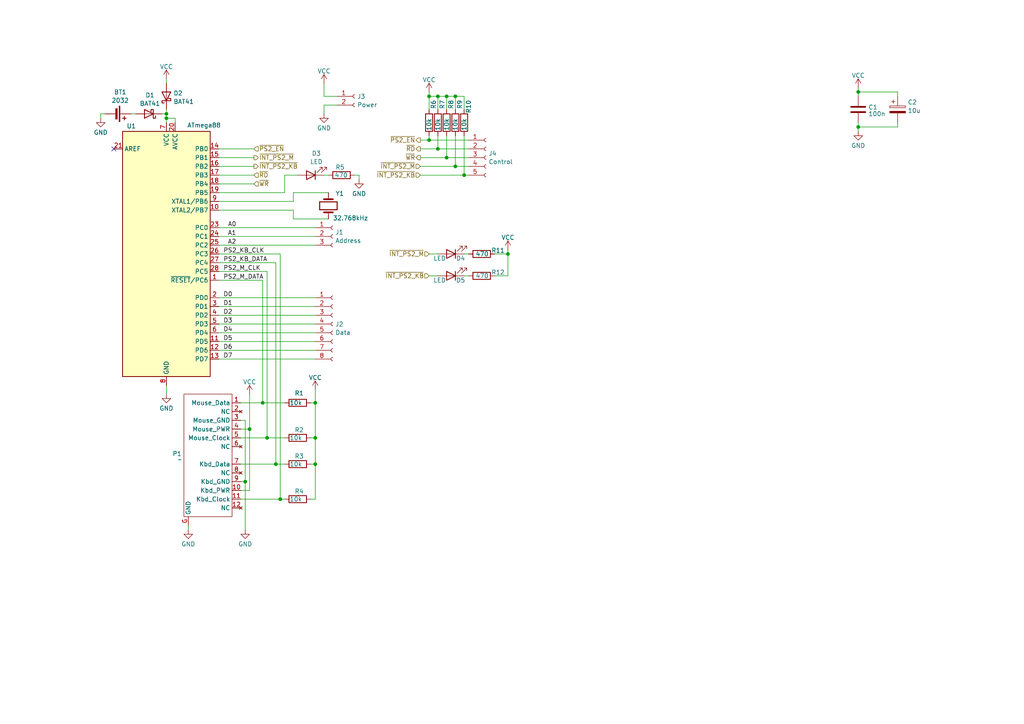
<source format=kicad_sch>
(kicad_sch (version 20250114) (generator "eeschema") (generator_version "9.0")
  (paper "A4")
  (lib_symbols
    (symbol "Connector:Conn_01x02_Socket" (pin_names (offset 1.016) (hide yes))
      (property "Reference" "J" (at 0 2.54 0))
      (property "Value" "Conn_01x02_Socket" (at 0 -5.08 0))
      (symbol "Conn_01x02_Socket_1_1"
        (polyline (pts (xy -1.27 0) (xy -0.508 0)) (stroke (width 0.1524)))
        (polyline (pts (xy -1.27 -2.54) (xy -0.508 -2.54)) (stroke (width 0.1524)))
        (arc (start 0 -0.508) (mid -0.5058 0) (end 0 0.508) (stroke (width 0.1524)))
        (arc (start 0 -3.048) (mid -0.5058 -2.54) (end 0 -2.032) (stroke (width 0.1524)))
        (pin passive line (at -5.08 0 0) (length 3.81) (name "Pin_1") (number "1"))
        (pin passive line (at -5.08 -2.54 0) (length 3.81) (name "Pin_2") (number "2"))
      )
    )
    (symbol "Connector:Conn_01x03_Socket" (pin_names (offset 1.016) (hide yes))
      (property "Reference" "J" (at 0 5.08 0))
      (property "Value" "Conn_01x03_Socket" (at 0 -5.08 0))
      (symbol "Conn_01x03_Socket_1_1"
        (polyline (pts (xy -1.27 2.54) (xy -0.508 2.54)) (stroke (width 0.1524)))
        (polyline (pts (xy -1.27 0) (xy -0.508 0)) (stroke (width 0.1524)))
        (polyline (pts (xy -1.27 -2.54) (xy -0.508 -2.54)) (stroke (width 0.1524)))
        (arc (start 0 2.032) (mid -0.5058 2.54) (end 0 3.048) (stroke (width 0.1524)))
        (arc (start 0 -0.508) (mid -0.5058 0) (end 0 0.508) (stroke (width 0.1524)))
        (arc (start 0 -3.048) (mid -0.5058 -2.54) (end 0 -2.032) (stroke (width 0.1524)))
        (pin passive line (at -5.08 2.54 0) (length 3.81) (name "Pin_1") (number "1"))
        (pin passive line (at -5.08 0 0) (length 3.81) (name "Pin_2") (number "2"))
        (pin passive line (at -5.08 -2.54 0) (length 3.81) (name "Pin_3") (number "3"))
      )
    )
    (symbol "Connector:Conn_01x05_Socket" (pin_names (offset 1.016) (hide yes))
      (property "Reference" "J" (at 0 7.62 0))
      (property "Value" "Conn_01x05_Socket" (at 0 -7.62 0))
      (symbol "Conn_01x05_Socket_1_1"
        (polyline (pts (xy -1.27 5.08) (xy -0.508 5.08)) (stroke (width 0.1524)))
        (polyline (pts (xy -1.27 2.54) (xy -0.508 2.54)) (stroke (width 0.1524)))
        (polyline (pts (xy -1.27 0) (xy -0.508 0)) (stroke (width 0.1524)))
        (polyline (pts (xy -1.27 -2.54) (xy -0.508 -2.54)) (stroke (width 0.1524)))
        (polyline (pts (xy -1.27 -5.08) (xy -0.508 -5.08)) (stroke (width 0.1524)))
        (arc (start 0 4.572) (mid -0.5058 5.08) (end 0 5.588) (stroke (width 0.1524)))
        (arc (start 0 2.032) (mid -0.5058 2.54) (end 0 3.048) (stroke (width 0.1524)))
        (arc (start 0 -0.508) (mid -0.5058 0) (end 0 0.508) (stroke (width 0.1524)))
        (arc (start 0 -3.048) (mid -0.5058 -2.54) (end 0 -2.032) (stroke (width 0.1524)))
        (arc (start 0 -5.588) (mid -0.5058 -5.08) (end 0 -4.572) (stroke (width 0.1524)))
        (pin passive line (at -5.08 5.08 0) (length 3.81) (name "Pin_1") (number "1"))
        (pin passive line (at -5.08 2.54 0) (length 3.81) (name "Pin_2") (number "2"))
        (pin passive line (at -5.08 0 0) (length 3.81) (name "Pin_3") (number "3"))
        (pin passive line (at -5.08 -2.54 0) (length 3.81) (name "Pin_4") (number "4"))
        (pin passive line (at -5.08 -5.08 0) (length 3.81) (name "Pin_5") (number "5"))
      )
    )
    (symbol "Connector:Conn_01x08_Socket" (pin_names (offset 1.016) (hide yes))
      (property "Reference" "J" (at 0 10.16 0))
      (property "Value" "Conn_01x08_Socket" (at 0 -12.7 0))
      (symbol "Conn_01x08_Socket_1_1"
        (polyline (pts (xy -1.27 7.62) (xy -0.508 7.62)) (stroke (width 0.1524)))
        (polyline (pts (xy -1.27 5.08) (xy -0.508 5.08)) (stroke (width 0.1524)))
        (polyline (pts (xy -1.27 2.54) (xy -0.508 2.54)) (stroke (width 0.1524)))
        (polyline (pts (xy -1.27 0) (xy -0.508 0)) (stroke (width 0.1524)))
        (polyline (pts (xy -1.27 -2.54) (xy -0.508 -2.54)) (stroke (width 0.1524)))
        (polyline (pts (xy -1.27 -5.08) (xy -0.508 -5.08)) (stroke (width 0.1524)))
        (polyline (pts (xy -1.27 -7.62) (xy -0.508 -7.62)) (stroke (width 0.1524)))
        (polyline (pts (xy -1.27 -10.16) (xy -0.508 -10.16)) (stroke (width 0.1524)))
        (arc (start 0 7.112) (mid -0.5058 7.62) (end 0 8.128) (stroke (width 0.1524)))
        (arc (start 0 4.572) (mid -0.5058 5.08) (end 0 5.588) (stroke (width 0.1524)))
        (arc (start 0 2.032) (mid -0.5058 2.54) (end 0 3.048) (stroke (width 0.1524)))
        (arc (start 0 -0.508) (mid -0.5058 0) (end 0 0.508) (stroke (width 0.1524)))
        (arc (start 0 -3.048) (mid -0.5058 -2.54) (end 0 -2.032) (stroke (width 0.1524)))
        (arc (start 0 -5.588) (mid -0.5058 -5.08) (end 0 -4.572) (stroke (width 0.1524)))
        (arc (start 0 -8.128) (mid -0.5058 -7.62) (end 0 -7.112) (stroke (width 0.1524)))
        (arc (start 0 -10.668) (mid -0.5058 -10.16) (end 0 -9.652) (stroke (width 0.1524)))
        (pin passive line (at -5.08 7.62 0) (length 3.81) (name "Pin_1") (number "1"))
        (pin passive line (at -5.08 5.08 0) (length 3.81) (name "Pin_2") (number "2"))
        (pin passive line (at -5.08 2.54 0) (length 3.81) (name "Pin_3") (number "3"))
        (pin passive line (at -5.08 0 0) (length 3.81) (name "Pin_4") (number "4"))
        (pin passive line (at -5.08 -2.54 0) (length 3.81) (name "Pin_5") (number "5"))
        (pin passive line (at -5.08 -5.08 0) (length 3.81) (name "Pin_6") (number "6"))
        (pin passive line (at -5.08 -7.62 0) (length 3.81) (name "Pin_7") (number "7"))
        (pin passive line (at -5.08 -10.16 0) (length 3.81) (name "Pin_8") (number "8"))
      )
    )
    (symbol "Device:Battery_Cell" (pin_numbers (hide yes)) (pin_names (offset 0) (hide yes))
      (property "Reference" "BT" (at 2.54 2.54 0))
      (property "Value" "Battery_Cell" (at 2.54 0 0))
      (symbol "Battery_Cell_0_1"
        (rectangle (start -2.286 1.778) (end 2.286 1.524) (fill (type outline)))
        (rectangle (start -1.524 1.016) (end 1.524 0.508) (fill (type outline)))
        (polyline (pts (xy 0 1.778) (xy 0 2.54)))
        (polyline (pts (xy 0 0.762) (xy 0 0)))
        (polyline (pts (xy 0.762 3.048) (xy 1.778 3.048)) (stroke (width 0.254)))
        (polyline (pts (xy 1.27 3.556) (xy 1.27 2.54)) (stroke (width 0.254)))
      )
      (symbol "Battery_Cell_1_1"
        (pin passive line (at 0 5.08 270) (length 2.54) (name "+") (number "1"))
        (pin passive line (at 0 -2.54 90) (length 2.54) (name "-") (number "2"))
      )
    )
    (symbol "Device:C" (pin_numbers (hide yes)) (pin_names (offset 0.254))
      (property "Reference" "C" (at 0.635 2.54 0))
      (property "Value" "C" (at 0.635 -2.54 0))
      (symbol "C_0_1"
        (polyline (pts (xy -2.032 0.762) (xy 2.032 0.762)) (stroke (width 0.508)))
        (polyline (pts (xy -2.032 -0.762) (xy 2.032 -0.762)) (stroke (width 0.508)))
      )
      (symbol "C_1_1"
        (pin passive line (at 0 3.81 270) (length 2.794) (name "~") (number "1"))
        (pin passive line (at 0 -3.81 90) (length 2.794) (name "~") (number "2"))
      )
    )
    (symbol "Device:C_Polarized" (pin_numbers (hide yes)) (pin_names (offset 0.254))
      (property "Reference" "C" (at 0.635 2.54 0))
      (property "Value" "C_Polarized" (at 0.635 -2.54 0))
      (symbol "C_Polarized_0_1"
        (rectangle (start -2.286 0.508) (end 2.286 1.016))
        (polyline (pts (xy -1.778 2.286) (xy -0.762 2.286)))
        (polyline (pts (xy -1.27 2.794) (xy -1.27 1.778)))
        (rectangle (start 2.286 -0.508) (end -2.286 -1.016) (fill (type outline)))
      )
      (symbol "C_Polarized_1_1"
        (pin passive line (at 0 3.81 270) (length 2.794) (name "~") (number "1"))
        (pin passive line (at 0 -3.81 90) (length 2.794) (name "~") (number "2"))
      )
    )
    (symbol "Device:Crystal" (pin_numbers (hide yes)) (pin_names (offset 1.016) (hide yes))
      (property "Reference" "Y" (at 0 3.81 0))
      (property "Value" "Crystal" (at 0 -3.81 0))
      (symbol "Crystal_0_1"
        (polyline (pts (xy -2.54 0) (xy -1.905 0)))
        (polyline (pts (xy -1.905 -1.27) (xy -1.905 1.27)) (stroke (width 0.508)))
        (rectangle (start -1.143 2.54) (end 1.143 -2.54) (stroke (width 0.3048)))
        (polyline (pts (xy 1.905 -1.27) (xy 1.905 1.27)) (stroke (width 0.508)))
        (polyline (pts (xy 2.54 0) (xy 1.905 0)))
      )
      (symbol "Crystal_1_1"
        (pin passive line (at -3.81 0 0) (length 1.27) (name "1") (number "1"))
        (pin passive line (at 3.81 0 180) (length 1.27) (name "2") (number "2"))
      )
    )
    (symbol "Device:D_Schottky" (pin_numbers (hide yes)) (pin_names (offset 1.016) (hide yes))
      (property "Reference" "D" (at 0 2.54 0))
      (property "Value" "D_Schottky" (at 0 -2.54 0))
      (symbol "D_Schottky_0_1"
        (polyline (pts (xy -1.905 0.635) (xy -1.905 1.27) (xy -1.27 1.27) (xy -1.27 -1.27) (xy -0.635 -1.27) (xy -0.635 -0.635)) (stroke (width 0.254)))
        (polyline (pts (xy 1.27 1.27) (xy 1.27 -1.27) (xy -1.27 0) (xy 1.27 1.27)) (stroke (width 0.254)))
        (polyline (pts (xy 1.27 0) (xy -1.27 0)))
      )
      (symbol "D_Schottky_1_1"
        (pin passive line (at -3.81 0 0) (length 2.54) (name "K") (number "1"))
        (pin passive line (at 3.81 0 180) (length 2.54) (name "A") (number "2"))
      )
    )
    (symbol "Device:LED" (pin_numbers (hide yes)) (pin_names (offset 1.016) (hide yes))
      (property "Reference" "D" (at 0 2.54 0))
      (property "Value" "LED" (at 0 -2.54 0))
      (symbol "LED_0_1"
        (polyline (pts (xy -3.048 -0.762) (xy -4.572 -2.286) (xy -3.81 -2.286) (xy -4.572 -2.286) (xy -4.572 -1.524)))
        (polyline (pts (xy -1.778 -0.762) (xy -3.302 -2.286) (xy -2.54 -2.286) (xy -3.302 -2.286) (xy -3.302 -1.524)))
        (polyline (pts (xy -1.27 0) (xy 1.27 0)))
        (polyline (pts (xy -1.27 -1.27) (xy -1.27 1.27)) (stroke (width 0.254)))
        (polyline (pts (xy 1.27 -1.27) (xy 1.27 1.27) (xy -1.27 0) (xy 1.27 -1.27)) (stroke (width 0.254)))
      )
      (symbol "LED_1_1"
        (pin passive line (at -3.81 0 0) (length 2.54) (name "K") (number "1"))
        (pin passive line (at 3.81 0 180) (length 2.54) (name "A") (number "2"))
      )
    )
    (symbol "Device:R" (pin_numbers (hide yes)) (pin_names (offset 0))
      (property "Reference" "R" (at 2.032 0 90))
      (property "Value" "R" (at 0 0 90))
      (symbol "R_0_1"
        (rectangle (start -1.016 -2.54) (end 1.016 2.54) (stroke (width 0.254)))
      )
      (symbol "R_1_1"
        (pin passive line (at 0 3.81 270) (length 1.27) (name "~") (number "1"))
        (pin passive line (at 0 -3.81 90) (length 1.27) (name "~") (number "2"))
      )
    )
    (symbol "MCU_Microchip_ATmega:ATmega328-P"
      (property "Reference" "U" (at -12.7 36.83 0))
      (property "Value" "ATmega328-P" (at 2.54 -36.83 0))
      (symbol "ATmega328-P_0_1"
        (rectangle (start -12.7 -35.56) (end 12.7 35.56) (stroke (width 0.254)) (fill (type background)))
      )
      (symbol "ATmega328-P_1_1"
        (pin passive line (at -15.24 30.48 0) (length 2.54) (name "AREF") (number "21"))
        (pin power_in line (at 0 38.1 270) (length 2.54) (name "VCC") (number "7"))
        (pin passive line (at 0 -38.1 90) (length 2.54) (hide yes) (name "GND") (number "22"))
        (pin power_in line (at 0 -38.1 90) (length 2.54) (name "GND") (number "8"))
        (pin power_in line (at 2.54 38.1 270) (length 2.54) (name "AVCC") (number "20"))
        (pin bidirectional line (at 15.24 30.48 180) (length 2.54) (name "PB0") (number "14"))
        (pin bidirectional line (at 15.24 27.94 180) (length 2.54) (name "PB1") (number "15"))
        (pin bidirectional line (at 15.24 25.4 180) (length 2.54) (name "PB2") (number "16"))
        (pin bidirectional line (at 15.24 22.86 180) (length 2.54) (name "PB3") (number "17"))
        (pin bidirectional line (at 15.24 20.32 180) (length 2.54) (name "PB4") (number "18"))
        (pin bidirectional line (at 15.24 17.78 180) (length 2.54) (name "PB5") (number "19"))
        (pin bidirectional line (at 15.24 15.24 180) (length 2.54) (name "XTAL1/PB6") (number "9"))
        (pin bidirectional line (at 15.24 12.7 180) (length 2.54) (name "XTAL2/PB7") (number "10"))
        (pin bidirectional line (at 15.24 7.62 180) (length 2.54) (name "PC0") (number "23"))
        (pin bidirectional line (at 15.24 5.08 180) (length 2.54) (name "PC1") (number "24"))
        (pin bidirectional line (at 15.24 2.54 180) (length 2.54) (name "PC2") (number "25"))
        (pin bidirectional line (at 15.24 0 180) (length 2.54) (name "PC3") (number "26"))
        (pin bidirectional line (at 15.24 -2.54 180) (length 2.54) (name "PC4") (number "27"))
        (pin bidirectional line (at 15.24 -5.08 180) (length 2.54) (name "PC5") (number "28"))
        (pin bidirectional line (at 15.24 -7.62 180) (length 2.54) (name "~{RESET}/PC6") (number "1"))
        (pin bidirectional line (at 15.24 -12.7 180) (length 2.54) (name "PD0") (number "2"))
        (pin bidirectional line (at 15.24 -15.24 180) (length 2.54) (name "PD1") (number "3"))
        (pin bidirectional line (at 15.24 -17.78 180) (length 2.54) (name "PD2") (number "4"))
        (pin bidirectional line (at 15.24 -20.32 180) (length 2.54) (name "PD3") (number "5"))
        (pin bidirectional line (at 15.24 -22.86 180) (length 2.54) (name "PD4") (number "6"))
        (pin bidirectional line (at 15.24 -25.4 180) (length 2.54) (name "PD5") (number "11"))
        (pin bidirectional line (at 15.24 -27.94 180) (length 2.54) (name "PD6") (number "12"))
        (pin bidirectional line (at 15.24 -30.48 180) (length 2.54) (name "PD7") (number "13"))
      )
    )
    (symbol "motherboard:2xPS2"
      (property "Reference" "J" (at 0 0 0))
      (symbol "2xPS2_0_1"
        (rectangle (start -7.62 38.1) (end 6.35 2.54))
      )
      (symbol "2xPS2_1_1"
        (pin input line (at -10.16 35.56 0) (length 2.54) (name "Mouse_Data") (number "1"))
        (pin no_connect line (at -10.16 33.02 0) (length 2.54) (name "NC") (number "2"))
        (pin power_in line (at -10.16 30.48 0) (length 2.54) (name "Mouse_GND") (number "3"))
        (pin power_in line (at -10.16 27.94 0) (length 2.54) (name "Mouse_PWR") (number "4"))
        (pin power_in line (at -10.16 25.4 0) (length 2.54) (name "Mouse_Clock") (number "5"))
        (pin no_connect line (at -10.16 22.86 0) (length 2.54) (name "NC") (number "6"))
        (pin input line (at -10.16 17.78 0) (length 2.54) (name "Kbd_Data") (number "7"))
        (pin no_connect line (at -10.16 15.24 0) (length 2.54) (name "NC") (number "8"))
        (pin power_in line (at -10.16 12.7 0) (length 2.54) (name "Kbd_GND") (number "9"))
        (pin power_in line (at -10.16 10.16 0) (length 2.54) (name "Kbd_PWR") (number "10"))
        (pin power_in line (at -10.16 7.62 0) (length 2.54) (name "Kbd_Clock") (number "11"))
        (pin no_connect line (at -10.16 5.08 0) (length 2.54) (name "NC") (number "12"))
        (pin power_in line (at 5.08 0 90) (length 2.54) (name "GND") (number "G"))
      )
    )
    (symbol "power:GND" (power) (pin_names (offset 0))
      (property "Value" "GND" (at 0 -3.81 0))
      (symbol "GND_0_1"
        (polyline (pts (xy 0 0) (xy 0 -1.27) (xy 1.27 -1.27) (xy 0 -2.54) (xy -1.27 -1.27) (xy 0 -1.27)))
      )
      (symbol "GND_1_1"
        (pin power_in line (at 0 0 270) (length 0) (hide yes) (name "GND") (number "1"))
      )
    )
    (symbol "power:VCC" (power) (pin_names (offset 0))
      (property "Value" "VCC" (at 0 3.81 0))
      (symbol "VCC_0_1"
        (polyline (pts (xy -0.762 1.27) (xy 0 2.54)))
        (polyline (pts (xy 0 2.54) (xy 0.762 1.27)))
        (polyline (pts (xy 0 0) (xy 0 2.54)))
      )
      (symbol "VCC_1_1"
        (pin power_in line (at 0 0 90) (length 0) (hide yes) (name "VCC") (number "1"))
      )
    )
  )
  (junction (at 76.2 116.84))
  (junction (at 124.46 27.94))
  (junction (at 48.26 33.02))
  (junction (at 72.39 124.46))
  (junction (at 147.32 73.66))
  (junction (at 91.44 116.84))
  (junction (at 80.01 134.62))
  (junction (at 132.08 27.94))
  (junction (at 71.12 139.7))
  (junction (at 248.92 26.67))
  (junction (at 134.62 50.8))
  (junction (at 91.44 134.62))
  (junction (at 127 43.18))
  (junction (at 127 27.94))
  (junction (at 132.08 48.26))
  (junction (at 129.54 45.72))
  (junction (at 248.92 36.83))
  (junction (at 129.54 27.94))
  (junction (at 77.47 127))
  (junction (at 91.44 127))
  (junction (at 81.28 144.78))
  (junction (at 48.26 34.29))
  (junction (at 124.46 40.64))
  (no_connect (at 33.02 43.18))
  (wire (pts (xy 77.47 78.74) (xy 77.47 127)))
  (wire (pts (xy 132.08 39.37) (xy 132.08 48.26)))
  (wire (pts (xy 71.12 121.92) (xy 71.12 139.7)))
  (wire (pts (xy 30.48 33.02) (xy 29.21 33.02)))
  (wire (pts (xy 248.92 25.4) (xy 248.92 26.67)))
  (wire (pts (xy 134.62 50.8) (xy 135.89 50.8)))
  (wire (pts (xy 63.5 55.88) (xy 82.55 55.88)))
  (wire (pts (xy 127 27.94) (xy 124.46 27.94)))
  (wire (pts (xy 129.54 45.72) (xy 135.89 45.72)))
  (wire (pts (xy 97.79 30.48) (xy 93.98 30.48)))
  (wire (pts (xy 124.46 80.01) (xy 127 80.01)))
  (wire (pts (xy 91.44 144.78) (xy 91.44 134.62)))
  (wire (pts (xy 134.62 31.75) (xy 134.62 27.94)))
  (wire (pts (xy 63.5 91.44) (xy 91.44 91.44)))
  (wire (pts (xy 85.09 55.88) (xy 85.09 58.42)))
  (wire (pts (xy 63.5 71.12) (xy 91.44 71.12)))
  (wire (pts (xy 248.92 35.56) (xy 248.92 36.83)))
  (wire (pts (xy 134.62 80.01) (xy 135.89 80.01)))
  (wire (pts (xy 29.21 33.02) (xy 29.21 34.29)))
  (wire (pts (xy 260.35 26.67) (xy 260.35 27.94)))
  (wire (pts (xy 63.5 104.14) (xy 91.44 104.14)))
  (wire (pts (xy 93.98 27.94) (xy 93.98 24.13)))
  (wire (pts (xy 147.32 73.66) (xy 147.32 72.39)))
  (wire (pts (xy 69.85 144.78) (xy 81.28 144.78)))
  (wire (pts (xy 48.26 22.86) (xy 48.26 24.13)))
  (wire (pts (xy 132.08 48.26) (xy 135.89 48.26)))
  (wire (pts (xy 63.5 93.98) (xy 91.44 93.98)))
  (wire (pts (xy 82.55 50.8) (xy 86.36 50.8)))
  (wire (pts (xy 38.1 33.02) (xy 39.37 33.02)))
  (wire (pts (xy 81.28 73.66) (xy 81.28 144.78)))
  (wire (pts (xy 134.62 27.94) (xy 132.08 27.94)))
  (wire (pts (xy 124.46 40.64) (xy 135.89 40.64)))
  (wire (pts (xy 63.5 99.06) (xy 91.44 99.06)))
  (wire (pts (xy 50.8 35.56) (xy 50.8 34.29)))
  (wire (pts (xy 63.5 53.34) (xy 73.66 53.34)))
  (wire (pts (xy 90.17 144.78) (xy 91.44 144.78)))
  (wire (pts (xy 124.46 73.66) (xy 127 73.66)))
  (wire (pts (xy 82.55 55.88) (xy 82.55 50.8)))
  (wire (pts (xy 121.92 50.8) (xy 134.62 50.8)))
  (wire (pts (xy 69.85 142.24) (xy 72.39 142.24)))
  (wire (pts (xy 48.26 33.02) (xy 48.26 34.29)))
  (wire (pts (xy 63.5 58.42) (xy 85.09 58.42)))
  (wire (pts (xy 85.09 60.96) (xy 85.09 63.5)))
  (wire (pts (xy 127 31.75) (xy 127 27.94)))
  (wire (pts (xy 48.26 34.29) (xy 50.8 34.29)))
  (wire (pts (xy 124.46 39.37) (xy 124.46 40.64)))
  (wire (pts (xy 69.85 121.92) (xy 71.12 121.92)))
  (wire (pts (xy 248.92 36.83) (xy 248.92 38.1)))
  (wire (pts (xy 82.55 134.62) (xy 80.01 134.62)))
  (wire (pts (xy 129.54 39.37) (xy 129.54 45.72)))
  (wire (pts (xy 69.85 134.62) (xy 80.01 134.62)))
  (wire (pts (xy 121.92 45.72) (xy 129.54 45.72)))
  (wire (pts (xy 90.17 116.84) (xy 91.44 116.84)))
  (wire (pts (xy 134.62 39.37) (xy 134.62 50.8)))
  (wire (pts (xy 91.44 127) (xy 91.44 116.84)))
  (wire (pts (xy 93.98 50.8) (xy 95.25 50.8)))
  (wire (pts (xy 72.39 124.46) (xy 72.39 142.24)))
  (wire (pts (xy 69.85 127) (xy 77.47 127)))
  (wire (pts (xy 82.55 127) (xy 77.47 127)))
  (wire (pts (xy 54.61 153.67) (xy 54.61 152.4)))
  (wire (pts (xy 248.92 36.83) (xy 260.35 36.83)))
  (wire (pts (xy 63.5 60.96) (xy 85.09 60.96)))
  (wire (pts (xy 63.5 81.28) (xy 76.2 81.28)))
  (wire (pts (xy 129.54 31.75) (xy 129.54 27.94)))
  (wire (pts (xy 102.87 50.8) (xy 104.14 50.8)))
  (wire (pts (xy 48.26 34.29) (xy 48.26 35.56)))
  (wire (pts (xy 248.92 26.67) (xy 248.92 27.94)))
  (wire (pts (xy 97.79 27.94) (xy 93.98 27.94)))
  (wire (pts (xy 63.5 96.52) (xy 91.44 96.52)))
  (wire (pts (xy 93.98 30.48) (xy 93.98 33.02)))
  (wire (pts (xy 132.08 31.75) (xy 132.08 27.94)))
  (wire (pts (xy 121.92 43.18) (xy 127 43.18)))
  (wire (pts (xy 80.01 76.2) (xy 80.01 134.62)))
  (wire (pts (xy 127 43.18) (xy 135.89 43.18)))
  (wire (pts (xy 91.44 116.84) (xy 91.44 113.03)))
  (wire (pts (xy 90.17 127) (xy 91.44 127)))
  (wire (pts (xy 147.32 73.66) (xy 147.32 80.01)))
  (wire (pts (xy 63.5 66.04) (xy 91.44 66.04)))
  (wire (pts (xy 63.5 48.26) (xy 73.66 48.26)))
  (wire (pts (xy 63.5 78.74) (xy 77.47 78.74)))
  (wire (pts (xy 76.2 81.28) (xy 76.2 116.84)))
  (wire (pts (xy 69.85 139.7) (xy 71.12 139.7)))
  (wire (pts (xy 63.5 68.58) (xy 91.44 68.58)))
  (wire (pts (xy 72.39 114.3) (xy 72.39 124.46)))
  (wire (pts (xy 127 39.37) (xy 127 43.18)))
  (wire (pts (xy 121.92 48.26) (xy 132.08 48.26)))
  (wire (pts (xy 46.99 33.02) (xy 48.26 33.02)))
  (wire (pts (xy 63.5 86.36) (xy 91.44 86.36)))
  (wire (pts (xy 124.46 26.67) (xy 124.46 27.94)))
  (wire (pts (xy 63.5 45.72) (xy 73.66 45.72)))
  (wire (pts (xy 104.14 50.8) (xy 104.14 52.07)))
  (wire (pts (xy 121.92 40.64) (xy 124.46 40.64)))
  (wire (pts (xy 76.2 116.84) (xy 82.55 116.84)))
  (wire (pts (xy 63.5 50.8) (xy 73.66 50.8)))
  (wire (pts (xy 91.44 134.62) (xy 91.44 127)))
  (wire (pts (xy 85.09 63.5) (xy 95.25 63.5)))
  (wire (pts (xy 63.5 88.9) (xy 91.44 88.9)))
  (wire (pts (xy 134.62 73.66) (xy 135.89 73.66)))
  (wire (pts (xy 143.51 73.66) (xy 147.32 73.66)))
  (wire (pts (xy 143.51 80.01) (xy 147.32 80.01)))
  (wire (pts (xy 124.46 27.94) (xy 124.46 31.75)))
  (wire (pts (xy 129.54 27.94) (xy 127 27.94)))
  (wire (pts (xy 260.35 35.56) (xy 260.35 36.83)))
  (wire (pts (xy 95.25 55.88) (xy 85.09 55.88)))
  (wire (pts (xy 63.5 101.6) (xy 91.44 101.6)))
  (wire (pts (xy 69.85 124.46) (xy 72.39 124.46)))
  (wire (pts (xy 248.92 26.67) (xy 260.35 26.67)))
  (wire (pts (xy 48.26 31.75) (xy 48.26 33.02)))
  (wire (pts (xy 132.08 27.94) (xy 129.54 27.94)))
  (wire (pts (xy 69.85 116.84) (xy 76.2 116.84)))
  (wire (pts (xy 63.5 43.18) (xy 73.66 43.18)))
  (wire (pts (xy 90.17 134.62) (xy 91.44 134.62)))
  (wire (pts (xy 71.12 139.7) (xy 71.12 153.67)))
  (wire (pts (xy 63.5 76.2) (xy 80.01 76.2)))
  (wire (pts (xy 82.55 144.78) (xy 81.28 144.78)))
  (wire (pts (xy 48.26 111.76) (xy 48.26 114.3)))
  (wire (pts (xy 81.28 73.66) (xy 63.5 73.66)))
  (label "PS2_M_CLK" (at 64.77 78.74 0))
  (label "D3" (at 64.77 93.98 0))
  (label "D4" (at 64.77 96.52 0))
  (label "PS2_KB_DATA" (at 64.77 76.2 0))
  (label "A2" (at 66.04 71.12 0))
  (label "D0" (at 64.77 86.36 0))
  (label "D6" (at 64.77 101.6 0))
  (label "D5" (at 64.77 99.06 0))
  (label "D2" (at 64.77 91.44 0))
  (label "A0" (at 68.58 66.04 180))
  (label "PS2_KB_CLK" (at 64.77 73.66 0))
  (label "A1" (at 66.04 68.58 0))
  (label "D7" (at 64.77 104.14 0))
  (label "PS2_M_DATA" (at 64.77 81.28 0))
  (label "D1" (at 64.77 88.9 0))
  (hierarchical_label "~{PS2_EN}" (shape input) (at 73.66 43.18 0))
  (hierarchical_label "~{INT_PS2_KB}" (shape input) (at 124.46 80.01 180))
  (hierarchical_label "~{INT_PS2_M}" (shape input) (at 124.46 73.66 180))
  (hierarchical_label "~{RD}" (shape output) (at 121.92 43.18 180))
  (hierarchical_label "~{INT_PS2_KB}" (shape output) (at 73.66 48.26 0))
  (hierarchical_label "~{WR}" (shape output) (at 121.92 45.72 180))
  (hierarchical_label "~{INT_PS2_KB}" (shape input) (at 121.92 50.8 180))
  (hierarchical_label "~{INT_PS2_M}" (shape input) (at 121.92 48.26 180))
  (hierarchical_label "~{WR}" (shape input) (at 73.66 53.34 0))
  (hierarchical_label "~{INT_PS2_M}" (shape output) (at 73.66 45.72 0))
  (hierarchical_label "~{PS2_EN}" (shape output) (at 121.92 40.64 180))
  (hierarchical_label "~{RD}" (shape input) (at 73.66 50.8 0))
  (symbol (lib_id "power:VCC") (at 93.98 24.13 0) (unit 1)
    (property "Reference" "#PWR08" (effects (hide yes)))
    (property "Value" "VCC" (at 93.98 20.6281 0))
  )
  (symbol (lib_id "power:GND") (at 54.61 153.67 0) (unit 1)
    (property "Reference" "#PWR04" (effects (hide yes)))
    (property "Value" "GND" (at 54.61 157.8055 0))
  )
  (symbol (lib_id "Connector:Conn_01x05_Socket") (at 140.97 45.72 0) (unit 1)
    (property "Reference" "J4" (at 141.6812 44.5078 0) (effects (justify left)))
    (property "Value" "Control" (at 141.6812 46.9321 0) (effects (justify left)))
    (property "Footprint" "Connector_PinSocket_2.54mm:PinSocket_1x05_P2.54mm_Vertical" (effects (hide yes)))
    (property "Description" "Generic connector, single row, 01x05, script generated" (effects (hide yes)))
  )
  (symbol (lib_id "Device:LED") (at 90.17 50.8 180) (unit 1)
    (property "Reference" "D3" (at 91.7575 44.4965 0))
    (property "Value" "LED" (at 91.7575 46.9208 0))
    (property "Footprint" "LED_THT:LED_D5.0mm" (effects (hide yes)))
    (property "Description" "Light emitting diode" (effects (hide yes)))
    (property "Sim.Pins" "1=K 2=A" (effects (hide yes)))
  )
  (symbol (lib_id "MCU_Microchip_ATmega:ATmega328-P") (at 48.26 73.66 0) (unit 1)
    (property "Reference" "U1" (at 38.1 36.576 0))
    (property "Value" "ATmega88" (at 59.182 36.322 0))
    (property "Footprint" "Package_DIP:DIP-28_W7.62mm_Socket" (effects (hide yes)))
    (property "Datasheet" "http://ww1.microchip.com/downloads/en/DeviceDoc/ATmega328_P%20AVR%20MCU%20with%20picoPower%20Technology%20Data%20Sheet%2040001984A.pdf" (effects (hide yes)))
    (property "Description" "20MHz, 32kB Flash, 2kB SRAM, 1kB EEPROM, DIP-28" (effects (hide yes)))
  )
  (symbol (lib_id "Device:C") (at 248.92 31.75 0) (unit 1)
    (property "Reference" "C1" (at 251.841 31.1063 0) (effects (justify left)))
    (property "Value" "100n" (at 251.841 33.0273 0) (effects (justify left)))
    (property "Footprint" "Capacitor_THT:C_Disc_D5.0mm_W2.5mm_P2.50mm" (effects (hide yes)))
  )
  (symbol (lib_id "power:GND") (at 248.92 38.1 0) (unit 1)
    (property "Reference" "#PWR014" (effects (hide yes)))
    (property "Value" "GND" (at 248.92 42.2355 0))
  )
  (symbol (lib_id "Device:R") (at 124.46 35.56 180) (unit 1)
    (property "Reference" "R6" (at 125.73 28.956 90) (effects (justify left)))
    (property "Value" "10k" (at 124.46 34.29 90) (effects (justify left)))
    (property "Footprint" "Resistor_THT:R_Axial_DIN0204_L3.6mm_D1.6mm_P7.62mm_Horizontal" (effects (hide yes)))
  )
  (symbol (lib_id "power:VCC") (at 248.92 25.4 0) (unit 1)
    (property "Reference" "#PWR013" (effects (hide yes)))
    (property "Value" "VCC" (at 248.92 21.8981 0))
  )
  (symbol (lib_id "Device:R") (at 99.06 50.8 270) (unit 1)
    (property "Reference" "R5" (at 97.282 48.514 90) (effects (justify left)))
    (property "Value" "470" (at 97.028 50.8 90) (effects (justify left)))
    (property "Footprint" "Resistor_THT:R_Axial_DIN0204_L3.6mm_D1.6mm_P7.62mm_Horizontal" (effects (hide yes)))
  )
  (symbol (lib_id "Device:LED") (at 130.81 73.66 180) (unit 1)
    (property "Reference" "D4" (at 133.604 74.93 0))
    (property "Value" "LED" (at 127.508 74.93 0))
    (property "Footprint" "LED_THT:LED_D5.0mm" (effects (hide yes)))
    (property "Description" "Light emitting diode" (effects (hide yes)))
    (property "Sim.Pins" "1=K 2=A" (effects (hide yes)))
  )
  (symbol (lib_id "Device:LED") (at 130.81 80.01 180) (unit 1)
    (property "Reference" "D5" (at 133.604 81.28 0))
    (property "Value" "LED" (at 127.508 81.28 0))
    (property "Footprint" "LED_THT:LED_D5.0mm" (effects (hide yes)))
    (property "Description" "Light emitting diode" (effects (hide yes)))
    (property "Sim.Pins" "1=K 2=A" (effects (hide yes)))
  )
  (symbol (lib_id "Device:Crystal") (at 95.25 59.69 270) (unit 1)
    (property "Reference" "Y1" (at 97.282 56.134 90) (effects (justify left)))
    (property "Value" "32.768kHz" (at 96.52 63.246 90) (effects (justify left)))
    (property "Footprint" "Crystal:Crystal_DS10_D1.0mm_L4.3mm_Vertical" (effects (hide yes)))
    (property "Description" "Two pin crystal" (effects (hide yes)))
  )
  (symbol (lib_id "power:VCC") (at 124.46 26.67 0) (unit 1)
    (property "Reference" "#PWR011" (effects (hide yes)))
    (property "Value" "VCC" (at 124.46 23.1681 0))
  )
  (symbol (lib_id "power:GND") (at 93.98 33.02 0) (unit 1)
    (property "Reference" "#PWR09" (effects (hide yes)))
    (property "Value" "GND" (at 93.98 37.1555 0))
  )
  (symbol (lib_id "power:VCC") (at 48.26 22.86 0) (unit 1)
    (property "Reference" "#PWR02" (effects (hide yes)))
    (property "Value" "VCC" (at 48.26 19.3581 0))
  )
  (symbol (lib_id "power:GND") (at 71.12 153.67 0) (unit 1)
    (property "Reference" "#PWR05" (effects (hide yes)))
    (property "Value" "GND" (at 71.12 157.8055 0))
  )
  (symbol (lib_id "power:VCC") (at 91.44 113.03 0) (unit 1)
    (property "Reference" "#PWR07" (effects (hide yes)))
    (property "Value" "VCC" (at 91.44 109.5281 0))
  )
  (symbol (lib_id "power:GND") (at 48.26 114.3 0) (unit 1)
    (property "Reference" "#PWR03" (effects (hide yes)))
    (property "Value" "GND" (at 48.26 118.4355 0))
  )
  (symbol (lib_id "Connector:Conn_01x02_Socket") (at 102.87 27.94 0) (unit 1)
    (property "Reference" "J3" (at 103.5812 27.9978 0) (effects (justify left)))
    (property "Value" "Power" (at 103.5812 30.4221 0) (effects (justify left)))
    (property "Footprint" "Connector_PinSocket_2.54mm:PinSocket_1x02_P2.54mm_Vertical" (effects (hide yes)))
    (property "Description" "Generic connector, single row, 01x02, script generated" (effects (hide yes)))
  )
  (symbol (lib_id "Device:R") (at 86.36 127 90) (unit 1)
    (property "Reference" "R2" (at 88.138 124.714 90) (effects (justify left)))
    (property "Value" "10k" (at 87.63 127 90) (effects (justify left)))
    (property "Footprint" "Resistor_THT:R_Axial_DIN0204_L3.6mm_D1.6mm_P7.62mm_Horizontal" (effects (hide yes)))
  )
  (symbol (lib_id "power:GND") (at 104.14 52.07 0) (unit 1)
    (property "Reference" "#PWR010" (effects (hide yes)))
    (property "Value" "GND" (at 104.14 56.2055 0))
  )
  (symbol (lib_id "Device:R") (at 86.36 134.62 90) (unit 1)
    (property "Reference" "R3" (at 88.138 132.334 90) (effects (justify left)))
    (property "Value" "10k" (at 87.63 134.62 90) (effects (justify left)))
    (property "Footprint" "Resistor_THT:R_Axial_DIN0204_L3.6mm_D1.6mm_P7.62mm_Horizontal" (effects (hide yes)))
  )
  (symbol (lib_id "Device:R") (at 132.08 35.56 180) (unit 1)
    (property "Reference" "R9" (at 133.35 28.956 90) (effects (justify left)))
    (property "Value" "10k" (at 132.08 34.29 90) (effects (justify left)))
    (property "Footprint" "Resistor_THT:R_Axial_DIN0204_L3.6mm_D1.6mm_P7.62mm_Horizontal" (effects (hide yes)))
  )
  (symbol (lib_id "Device:D_Schottky") (at 48.26 27.94 90) (unit 1)
    (property "Reference" "D2" (at 50.292 27.0453 90) (effects (justify right)))
    (property "Value" "BAT41" (at 50.292 29.4696 90) (effects (justify right)))
    (property "Footprint" "Diode_THT:D_DO-35_SOD27_P7.62mm_Horizontal" (effects (hide yes)))
    (property "Description" "Schottky diode" (effects (hide yes)))
  )
  (symbol (lib_id "Device:R") (at 86.36 116.84 90) (unit 1)
    (property "Reference" "R1" (at 88.138 114.046 90) (effects (justify left)))
    (property "Value" "10k" (at 87.63 116.84 90) (effects (justify left)))
    (property "Footprint" "Resistor_THT:R_Axial_DIN0204_L3.6mm_D1.6mm_P7.62mm_Horizontal" (effects (hide yes)))
  )
  (symbol (lib_id "Device:D_Schottky") (at 43.18 33.02 180) (unit 1)
    (property "Reference" "D1" (at 43.4975 27.6055 0))
    (property "Value" "BAT41" (at 43.4975 30.0298 0))
    (property "Footprint" "Diode_THT:D_DO-35_SOD27_P7.62mm_Horizontal" (effects (hide yes)))
    (property "Description" "Schottky diode" (effects (hide yes)))
  )
  (symbol (lib_id "Device:R") (at 134.62 35.56 180) (unit 1)
    (property "Reference" "R10" (at 135.89 28.956 90) (effects (justify left)))
    (property "Value" "10k" (at 134.62 34.29 90) (effects (justify left)))
    (property "Footprint" "Resistor_THT:R_Axial_DIN0204_L3.6mm_D1.6mm_P7.62mm_Horizontal" (effects (hide yes)))
  )
  (symbol (lib_id "Device:R") (at 129.54 35.56 180) (unit 1)
    (property "Reference" "R8" (at 130.81 28.956 90) (effects (justify left)))
    (property "Value" "10k" (at 129.54 34.29 90) (effects (justify left)))
    (property "Footprint" "Resistor_THT:R_Axial_DIN0204_L3.6mm_D1.6mm_P7.62mm_Horizontal" (effects (hide yes)))
  )
  (symbol (lib_id "Device:C_Polarized") (at 260.35 31.75 0) (unit 1)
    (property "Reference" "C2" (at 263.271 29.6488 0) (effects (justify left)))
    (property "Value" "10u" (at 263.271 32.0731 0) (effects (justify left)))
    (property "Footprint" "Capacitor_THT:CP_Radial_D4.0mm_P2.00mm" (effects (hide yes)))
  )
  (symbol (lib_id "Device:R") (at 86.36 144.78 90) (unit 1)
    (property "Reference" "R4" (at 88.138 142.494 90) (effects (justify left)))
    (property "Value" "10k" (at 87.63 144.78 90) (effects (justify left)))
    (property "Footprint" "Resistor_THT:R_Axial_DIN0204_L3.6mm_D1.6mm_P7.62mm_Horizontal" (effects (hide yes)))
  )
  (symbol (lib_id "Device:R") (at 139.7 73.66 270) (unit 1)
    (property "Reference" "R11" (at 142.494 72.644 90) (effects (justify left)))
    (property "Value" "470" (at 137.922 73.66 90) (effects (justify left)))
    (property "Footprint" "Resistor_THT:R_Axial_DIN0204_L3.6mm_D1.6mm_P7.62mm_Horizontal" (effects (hide yes)))
  )
  (symbol (lib_id "Connector:Conn_01x03_Socket") (at 96.52 68.58 0) (unit 1)
    (property "Reference" "J1" (at 97.2312 67.3678 0) (effects (justify left)))
    (property "Value" "Address" (at 97.2312 69.7921 0) (effects (justify left)))
    (property "Footprint" "Connector_PinSocket_2.54mm:PinSocket_1x03_P2.54mm_Vertical" (effects (hide yes)))
    (property "Description" "Generic connector, single row, 01x03, script generated" (effects (hide yes)))
  )
  (symbol (lib_id "power:GND") (at 29.21 34.29 0) (unit 1)
    (property "Reference" "#PWR01" (effects (hide yes)))
    (property "Value" "GND" (at 29.21 38.4255 0))
  )
  (symbol (lib_id "Device:Battery_Cell") (at 33.02 33.02 270) (unit 1)
    (property "Reference" "BT1" (at 34.8615 26.7165 90))
    (property "Value" "2032" (at 34.8615 29.1408 90))
    (property "Footprint" "PS2:HU2032-CoinCellHolder" (effects (hide yes)))
    (property "Description" "Single-cell battery" (effects (hide yes)))
  )
  (symbol (lib_id "Device:R") (at 139.7 80.01 270) (unit 1)
    (property "Reference" "R12" (at 142.494 78.994 90) (effects (justify left)))
    (property "Value" "470" (at 137.922 80.01 90) (effects (justify left)))
    (property "Footprint" "Resistor_THT:R_Axial_DIN0204_L3.6mm_D1.6mm_P7.62mm_Horizontal" (effects (hide yes)))
  )
  (symbol (lib_id "power:VCC") (at 147.32 72.39 0) (unit 1)
    (property "Reference" "#PWR012" (effects (hide yes)))
    (property "Value" "VCC" (at 147.32 68.8881 0))
  )
  (symbol (lib_id "motherboard:2xPS2") (at 59.69 152.4 0) (mirror y) (unit 1)
    (property "Reference" "P1" (at 52.705 131.6108 0) (effects (justify left)))
    (property "Value" "~" (at 52.705 133.2922 0) (effects (justify left)))
    (property "Footprint" "PS2:2xPS2-Mini-Din" (effects (hide yes)))
  )
  (symbol (lib_id "Connector:Conn_01x08_Socket") (at 96.52 93.98 0) (unit 1)
    (property "Reference" "J2" (at 97.2312 94.0378 0) (effects (justify left)))
    (property "Value" "Data" (at 97.2312 96.4621 0) (effects (justify left)))
    (property "Footprint" "Connector_PinSocket_2.54mm:PinSocket_1x08_P2.54mm_Vertical" (effects (hide yes)))
    (property "Description" "Generic connector, single row, 01x08, script generated" (effects (hide yes)))
  )
  (symbol (lib_id "Device:R") (at 127 35.56 180) (unit 1)
    (property "Reference" "R7" (at 128.27 28.956 90) (effects (justify left)))
    (property "Value" "10k" (at 127 34.29 90) (effects (justify left)))
    (property "Footprint" "Resistor_THT:R_Axial_DIN0204_L3.6mm_D1.6mm_P7.62mm_Horizontal" (effects (hide yes)))
  )
  (symbol (lib_id "power:VCC") (at 72.39 114.3 0) (unit 1)
    (property "Reference" "#PWR06" (effects (hide yes)))
    (property "Value" "VCC" (at 72.39 110.7981 0))
  )
)
</source>
